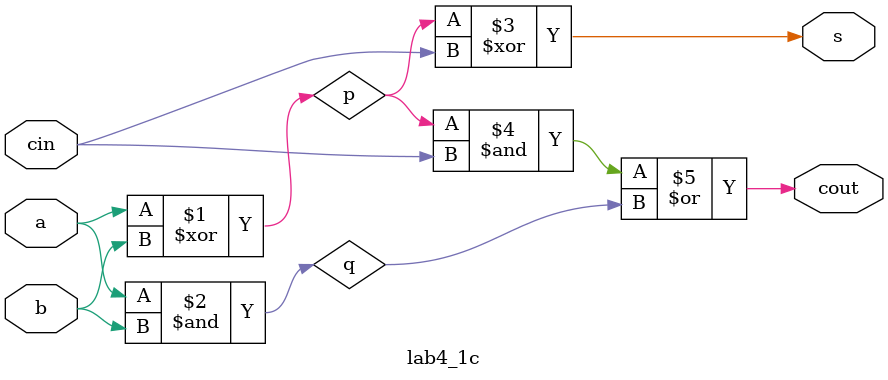
<source format=v>
module lab4_1c(a,b,cin,s,cout);
input a,b,cin;
output s,cout;
wire p,q;
assign p = a^b;
assign q = a&b;
assign s = p^cin;
assign cout = (p&cin)|q;
endmodule

</source>
